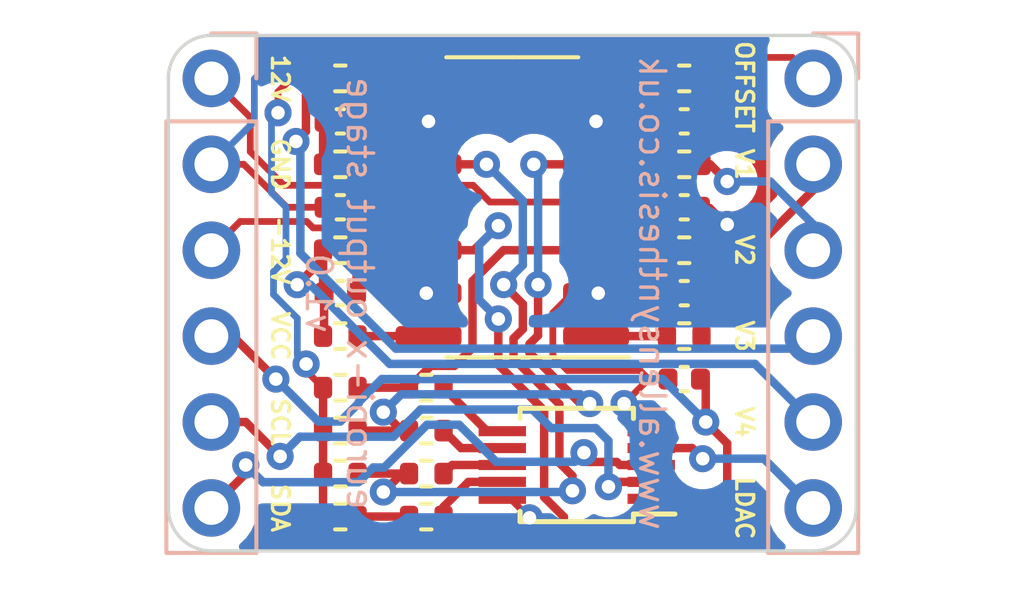
<source format=kicad_pcb>
(kicad_pcb (version 20221018) (generator pcbnew)
  (layers (0 "F.Cu" signal) (31 "B.Cu" signal) (34 "B.Paste" user) (35 "F.Paste" user) (36 "B.SilkS" user "B.Silkscreen") (37 "F.SilkS" user "F.Silkscreen") (38 "B.Mask" user) (39 "F.Mask" user) (44 "Edge.Cuts" user))
  (net 0 "")
  (net 1 "Earth")
  (net 2 "Net-(U1A-+)")
  (net 3 "/OUTPUT_1")
  (net 4 "Net-(U1B-+)")
  (net 5 "/OUTPUT_2")
  (net 6 "Net-(U1C-+)")
  (net 7 "/OUTPUT_3")
  (net 8 "Net-(U1D-+)")
  (net 9 "/OUTPUT_4")
  (net 10 "+12V")
  (net 11 "-12V")
  (net 12 "/SCL")
  (net 13 "/SDA")
  (net 14 "/LDAC")
  (net 16 "/DAC_OUTA")
  (net 17 "Net-(DAC1-VOUTB)")
  (net 18 "Net-(DAC1-VOUTC)")
  (net 19 "Net-(DAC1-VOUTD)")
  (net 20 "/DAC_OFFSET")
  (net 21 "Net-(R4-Pad2)")
  (net 22 "Net-(R8-Pad2)")
  (net 23 "Net-(R12-Pad2)")
  (net 24 "Net-(R16-Pad2)")
  (net 25 "VCC")
  (footprint "Resistor_SMD:R_0402_1005Metric" (layer "F.Cu") (at 15.494 1.27 180)
    (fp_text reference "R8" hide)
    (fp_text value "1K")
    (fp_line (start -0.153641 -0.38) (end 0.153641 -0.38) (stroke (width 0.12)) (layer "F.SilkS"))
    (fp_line (start -0.153641 0.38) (end 0.153641 0.38) (stroke (width 0.12)) (layer "F.SilkS"))
    (pad "1" smd roundrect (at -0.51 0 180) (size 0.54 0.64) (layers "F.Cu" "F.Paste" "F.Mask") (net 5 "/OUTPUT_2"))
    (pad "2" smd roundrect (at 0.51 0 180) (size 0.54 0.64) (layers "F.Cu" "F.Paste" "F.Mask") (net 22 "Net-(R8-Pad2)"))
  )
  (footprint "Capacitor_SMD:C_0402_1005Metric" (layer "F.Cu") (at 5.334 2.54 180)
    (fp_text reference "C4" hide)
    (fp_text value "100p")
    (fp_line (start -0.107836 -0.36) (end 0.107836 -0.36) (stroke (width 0.12)) (layer "F.SilkS"))
    (fp_line (start -0.107836 0.36) (end 0.107836 0.36) (stroke (width 0.12)) (layer "F.SilkS"))
    (pad "1" smd roundrect (at -0.48 0 180) (size 0.56 0.62) (layers "F.Cu" "F.Paste" "F.Mask") (net 6 "Net-(U1C-+)"))
    (pad "2" smd roundrect (at 0.48 0 180) (size 0.56 0.62) (layers "F.Cu" "F.Paste" "F.Mask") (net 7 "/OUTPUT_3"))
  )
  (footprint "Capacitor_SMD:C_0402_1005Metric" (layer "F.Cu") (at 15.494 7.62)
    (fp_text reference "C2" hide)
    (fp_text value "100p")
    (fp_line (start -0.107836 -0.36) (end 0.107836 -0.36) (stroke (width 0.12)) (layer "F.SilkS"))
    (fp_line (start -0.107836 0.36) (end 0.107836 0.36) (stroke (width 0.12)) (layer "F.SilkS"))
    (pad "1" smd roundrect (at -0.48 0) (size 0.56 0.62) (layers "F.Cu" "F.Paste" "F.Mask") (net 2 "Net-(U1A-+)"))
    (pad "2" smd roundrect (at 0.48 0) (size 0.56 0.62) (layers "F.Cu" "F.Paste" "F.Mask") (net 3 "/OUTPUT_1"))
  )
  (footprint "Resistor_SMD:R_0402_1005Metric" (layer "F.Cu") (at 5.334 14.224 180)
    (fp_text reference "R13" hide)
    (fp_text value "100K")
    (fp_line (start -0.153641 -0.38) (end 0.153641 -0.38) (stroke (width 0.12)) (layer "F.SilkS"))
    (fp_line (start -0.153641 0.38) (end 0.153641 0.38) (stroke (width 0.12)) (layer "F.SilkS"))
    (pad "1" smd roundrect (at -0.51 0 180) (size 0.54 0.64) (layers "F.Cu" "F.Paste" "F.Mask") (net 8 "Net-(U1D-+)"))
    (pad "2" smd roundrect (at 0.51 0 180) (size 0.54 0.64) (layers "F.Cu" "F.Paste" "F.Mask") (net 20 "/DAC_OFFSET"))
  )
  (footprint "Resistor_SMD:R_0402_1005Metric" (layer "F.Cu") (at 5.334 6.35)
    (fp_text reference "R15" hide)
    (fp_text value "270K")
    (fp_line (start -0.153641 -0.38) (end 0.153641 -0.38) (stroke (width 0.12)) (layer "F.SilkS"))
    (fp_line (start -0.153641 0.38) (end 0.153641 0.38) (stroke (width 0.12)) (layer "F.SilkS"))
    (pad "1" smd roundrect (at -0.51 0) (size 0.54 0.64) (layers "F.Cu" "F.Paste" "F.Mask") (net 9 "/OUTPUT_4"))
    (pad "2" smd roundrect (at 0.51 0) (size 0.54 0.64) (layers "F.Cu" "F.Paste" "F.Mask") (net 8 "Net-(U1D-+)"))
  )
  (footprint "Capacitor_SMD:C_0402_1005Metric" (layer "F.Cu") (at 5.334 5.08)
    (fp_text reference "C7" hide)
    (fp_text value "100n")
    (fp_line (start -0.107836 -0.36) (end 0.107836 -0.36) (stroke (width 0.12)) (layer "F.SilkS"))
    (fp_line (start -0.107836 0.36) (end 0.107836 0.36) (stroke (width 0.12)) (layer "F.SilkS"))
    (pad "1" smd roundrect (at -0.48 0) (size 0.56 0.62) (layers "F.Cu" "F.Paste" "F.Mask") (net 1 "Earth"))
    (pad "2" smd roundrect (at 0.48 0) (size 0.56 0.62) (layers "F.Cu" "F.Paste" "F.Mask") (net 11 "-12V"))
  )
  (footprint "Package_SO:MSOP-10_3x3mm_P0.5mm" (layer "F.Cu") (at 12.319 12.7 180)
    (fp_text reference "DAC1" hide)
    (fp_text value "MCP4728")
    (fp_line (start -1.675 -1.675) (end -1.675 -1.45) (stroke (width 0.15)) (layer "F.SilkS"))
    (fp_line (start -1.675 -1.675) (end 1.675 -1.675) (stroke (width 0.15)) (layer "F.SilkS"))
    (fp_line (start -1.675 -1.45) (end -2.9 -1.45) (stroke (width 0.15)) (layer "F.SilkS"))
    (fp_line (start -1.675 1.675) (end -1.675 1.375) (stroke (width 0.15)) (layer "F.SilkS"))
    (fp_line (start -1.675 1.675) (end 1.675 1.675) (stroke (width 0.15)) (layer "F.SilkS"))
    (fp_line (start 1.675 -1.675) (end 1.675 -1.375) (stroke (width 0.15)) (layer "F.SilkS"))
    (fp_line (start 1.675 1.675) (end 1.675 1.375) (stroke (width 0.15)) (layer "F.SilkS"))
    (pad "1" smd rect (at -2.2 -1 180) (size 1.4 0.3) (layers "F.Cu" "F.Paste" "F.Mask") (net 25 "VCC"))
    (pad "2" smd rect (at -2.2 -0.5 180) (size 1.4 0.3) (layers "F.Cu" "F.Paste" "F.Mask") (net 12 "/SCL"))
    (pad "3" smd rect (at -2.2 0 180) (size 1.4 0.3) (layers "F.Cu" "F.Paste" "F.Mask") (net 13 "/SDA"))
    (pad "4" smd rect (at -2.2 0.5 180) (size 1.4 0.3) (layers "F.Cu" "F.Paste" "F.Mask") (net 14 "/LDAC"))
    (pad "5" smd rect (at -2.2 1 180) (size 1.4 0.3) (layers "F.Cu" "F.Paste" "F.Mask"))
    (pad "6" smd rect (at 2.2 1 180) (size 1.4 0.3) (layers "F.Cu" "F.Paste" "F.Mask") (net 16 "/DAC_OUTA"))
    (pad "7" smd rect (at 2.2 0.5 180) (size 1.4 0.3) (layers "F.Cu" "F.Paste" "F.Mask") (net 17 "Net-(DAC1-VOUTB)"))
    (pad "8" smd rect (at 2.2 0 180) (size 1.4 0.3) (layers "F.Cu" "F.Paste" "F.Mask") (net 18 "Net-(DAC1-VOUTC)"))
    (pad "9" smd rect (at 2.2 -0.5 180) (size 1.4 0.3) (layers "F.Cu" "F.Paste" "F.Mask") (net 19 "Net-(DAC1-VOUTD)"))
    (pad "10" smd rect (at 2.2 -1 180) (size 1.4 0.3) (layers "F.Cu" "F.Paste" "F.Mask") (net 1 "Earth"))
  )
  (footprint "Resistor_SMD:R_0402_1005Metric" (layer "F.Cu") (at 5.334 10.414 180)
    (fp_text reference "R1" hide)
    (fp_text value "100K")
    (fp_line (start -0.153641 -0.38) (end 0.153641 -0.38) (stroke (width 0.12)) (layer "F.SilkS"))
    (fp_line (start -0.153641 0.38) (end 0.153641 0.38) (stroke (width 0.12)) (layer "F.SilkS"))
    (pad "1" smd roundrect (at -0.51 0 180) (size 0.54 0.64) (layers "F.Cu" "F.Paste" "F.Mask") (net 2 "Net-(U1A-+)"))
    (pad "2" smd roundrect (at 0.51 0 180) (size 0.54 0.64) (layers "F.Cu" "F.Paste" "F.Mask") (net 20 "/DAC_OFFSET"))
  )
  (footprint "Capacitor_SMD:C_0402_1005Metric" (layer "F.Cu") (at 15.494 2.54)
    (fp_text reference "C3" hide)
    (fp_text value "100p")
    (fp_line (start -0.107836 -0.36) (end 0.107836 -0.36) (stroke (width 0.12)) (layer "F.SilkS"))
    (fp_line (start -0.107836 0.36) (end 0.107836 0.36) (stroke (width 0.12)) (layer "F.SilkS"))
    (pad "1" smd roundrect (at -0.48 0) (size 0.56 0.62) (layers "F.Cu" "F.Paste" "F.Mask") (net 4 "Net-(U1B-+)"))
    (pad "2" smd roundrect (at 0.48 0) (size 0.56 0.62) (layers "F.Cu" "F.Paste" "F.Mask") (net 5 "/OUTPUT_2"))
  )
  (footprint "Resistor_SMD:R_0402_1005Metric" (layer "F.Cu") (at 5.334 11.684 180)
    (fp_text reference "R5" hide)
    (fp_text value "100K")
    (fp_line (start -0.153641 -0.38) (end 0.153641 -0.38) (stroke (width 0.12)) (layer "F.SilkS"))
    (fp_line (start -0.153641 0.38) (end 0.153641 0.38) (stroke (width 0.12)) (layer "F.SilkS"))
    (pad "1" smd roundrect (at -0.51 0 180) (size 0.54 0.64) (layers "F.Cu" "F.Paste" "F.Mask") (net 4 "Net-(U1B-+)"))
    (pad "2" smd roundrect (at 0.51 0 180) (size 0.54 0.64) (layers "F.Cu" "F.Paste" "F.Mask") (net 20 "/DAC_OFFSET"))
  )
  (footprint "Capacitor_SMD:C_0402_1005Metric" (layer "F.Cu") (at 15.494 5.08)
    (fp_text reference "C6" hide)
    (fp_text value "100n")
    (fp_line (start -0.107836 -0.36) (end 0.107836 -0.36) (stroke (width 0.12)) (layer "F.SilkS"))
    (fp_line (start -0.107836 0.36) (end 0.107836 0.36) (stroke (width 0.12)) (layer "F.SilkS"))
    (pad "1" smd roundrect (at -0.48 0) (size 0.56 0.62) (layers "F.Cu" "F.Paste" "F.Mask") (net 10 "+12V"))
    (pad "2" smd roundrect (at 0.48 0) (size 0.56 0.62) (layers "F.Cu" "F.Paste" "F.Mask") (net 1 "Earth"))
  )
  (footprint "Resistor_SMD:R_0402_1005Metric" (layer "F.Cu") (at 5.334 8.89)
    (fp_text reference "R16" hide)
    (fp_text value "1K")
    (fp_line (start -0.153641 -0.38) (end 0.153641 -0.38) (stroke (width 0.12)) (layer "F.SilkS"))
    (fp_line (start -0.153641 0.38) (end 0.153641 0.38) (stroke (width 0.12)) (layer "F.SilkS"))
    (pad "1" smd roundrect (at -0.51 0) (size 0.54 0.64) (layers "F.Cu" "F.Paste" "F.Mask") (net 9 "/OUTPUT_4"))
    (pad "2" smd roundrect (at 0.51 0) (size 0.54 0.64) (layers "F.Cu" "F.Paste" "F.Mask") (net 24 "Net-(R16-Pad2)"))
  )
  (footprint "Resistor_SMD:R_0402_1005Metric" (layer "F.Cu") (at 15.494 6.35 180)
    (fp_text reference "R3" hide)
    (fp_text value "270K")
    (fp_line (start -0.153641 -0.38) (end 0.153641 -0.38) (stroke (width 0.12)) (layer "F.SilkS"))
    (fp_line (start -0.153641 0.38) (end 0.153641 0.38) (stroke (width 0.12)) (layer "F.SilkS"))
    (pad "1" smd roundrect (at -0.51 0 180) (size 0.54 0.64) (layers "F.Cu" "F.Paste" "F.Mask") (net 3 "/OUTPUT_1"))
    (pad "2" smd roundrect (at 0.51 0 180) (size 0.54 0.64) (layers "F.Cu" "F.Paste" "F.Mask") (net 2 "Net-(U1A-+)"))
  )
  (footprint "Resistor_SMD:R_0402_1005Metric" (layer "F.Cu") (at 5.334 1.27)
    (fp_text reference "R12" hide)
    (fp_text value "1K")
    (fp_line (start -0.153641 -0.38) (end 0.153641 -0.38) (stroke (width 0.12)) (layer "F.SilkS"))
    (fp_line (start -0.153641 0.38) (end 0.153641 0.38) (stroke (width 0.12)) (layer "F.SilkS"))
    (pad "1" smd roundrect (at -0.51 0) (size 0.54 0.64) (layers "F.Cu" "F.Paste" "F.Mask") (net 7 "/OUTPUT_3"))
    (pad "2" smd roundrect (at 0.51 0) (size 0.54 0.64) (layers "F.Cu" "F.Paste" "F.Mask") (net 23 "Net-(R12-Pad2)"))
  )
  (footprint "Resistor_SMD:R_0402_1005Metric" (layer "F.Cu") (at 7.874 12.954)
    (fp_text reference "R10" hide)
    (fp_text value "100K")
    (fp_line (start -0.153641 -0.38) (end 0.153641 -0.38) (stroke (width 0.12)) (layer "F.SilkS"))
    (fp_line (start -0.153641 0.38) (end 0.153641 0.38) (stroke (width 0.12)) (layer "F.SilkS"))
    (pad "1" smd roundrect (at -0.51 0) (size 0.54 0.64) (layers "F.Cu" "F.Paste" "F.Mask") (net 6 "Net-(U1C-+)"))
    (pad "2" smd roundrect (at 0.51 0) (size 0.54 0.64) (layers "F.Cu" "F.Paste" "F.Mask") (net 18 "Net-(DAC1-VOUTC)"))
  )
  (footprint "Resistor_SMD:R_0402_1005Metric" (layer "F.Cu") (at 7.874 14.224)
    (fp_text reference "R14" hide)
    (fp_text value "100K")
    (fp_line (start -0.153641 -0.38) (end 0.153641 -0.38) (stroke (width 0.12)) (layer "F.SilkS"))
    (fp_line (start -0.153641 0.38) (end 0.153641 0.38) (stroke (width 0.12)) (layer "F.SilkS"))
    (pad "1" smd roundrect (at -0.51 0) (size 0.54 0.64) (layers "F.Cu" "F.Paste" "F.Mask") (net 8 "Net-(U1D-+)"))
    (pad "2" smd roundrect (at 0.51 0) (size 0.54 0.64) (layers "F.Cu" "F.Paste" "F.Mask") (net 19 "Net-(DAC1-VOUTD)"))
  )
  (footprint "Resistor_SMD:R_0402_1005Metric" (layer "F.Cu") (at 5.334 12.954 180)
    (fp_text reference "R9" hide)
    (fp_text value "100K")
    (fp_line (start -0.153641 -0.38) (end 0.153641 -0.38) (stroke (width 0.12)) (layer "F.SilkS"))
    (fp_line (start -0.153641 0.38) (end 0.153641 0.38) (stroke (width 0.12)) (layer "F.SilkS"))
    (pad "1" smd roundrect (at -0.51 0 180) (size 0.54 0.64) (layers "F.Cu" "F.Paste" "F.Mask") (net 6 "Net-(U1C-+)"))
    (pad "2" smd roundrect (at 0.51 0 180) (size 0.54 0.64) (layers "F.Cu" "F.Paste" "F.Mask") (net 20 "/DAC_OFFSET"))
  )
  (footprint "Resistor_SMD:R_0402_1005Metric" (layer "F.Cu") (at 5.334 3.81)
    (fp_text reference "R11" hide)
    (fp_text value "270K")
    (fp_line (start -0.153641 -0.38) (end 0.153641 -0.38) (stroke (width 0.12)) (layer "F.SilkS"))
    (fp_line (start -0.153641 0.38) (end 0.153641 0.38) (stroke (width 0.12)) (layer "F.SilkS"))
    (pad "1" smd roundrect (at -0.51 0) (size 0.54 0.64) (layers "F.Cu" "F.Paste" "F.Mask") (net 7 "/OUTPUT_3"))
    (pad "2" smd roundrect (at 0.51 0) (size 0.54 0.64) (layers "F.Cu" "F.Paste" "F.Mask") (net 6 "Net-(U1C-+)"))
  )
  (footprint "Resistor_SMD:R_0402_1005Metric" (layer "F.Cu") (at 15.494 8.89 180)
    (fp_text reference "R4" hide)
    (fp_text value "1K")
    (fp_line (start -0.153641 -0.38) (end 0.153641 -0.38) (stroke (width 0.12)) (layer "F.SilkS"))
    (fp_line (start -0.153641 0.38) (end 0.153641 0.38) (stroke (width 0.12)) (layer "F.SilkS"))
    (pad "1" smd roundrect (at -0.51 0 180) (size 0.54 0.64) (layers "F.Cu" "F.Paste" "F.Mask") (net 3 "/OUTPUT_1"))
    (pad "2" smd roundrect (at 0.51 0 180) (size 0.54 0.64) (layers "F.Cu" "F.Paste" "F.Mask") (net 21 "Net-(R4-Pad2)"))
  )
  (footprint "Resistor_SMD:R_0402_1005Metric" (layer "F.Cu") (at 15.494 3.81 180)
    (fp_text reference "R7" hide)
    (fp_text value "270K")
    (fp_line (start -0.153641 -0.38) (end 0.153641 -0.38) (stroke (width 0.12)) (layer "F.SilkS"))
    (fp_line (start -0.153641 0.38) (end 0.153641 0.38) (stroke (width 0.12)) (layer "F.SilkS"))
    (pad "1" smd roundrect (at -0.51 0 180) (size 0.54 0.64) (layers "F.Cu" "F.Paste" "F.Mask") (net 5 "/OUTPUT_2"))
    (pad "2" smd roundrect (at 0.51 0 180) (size 0.54 0.64) (layers "F.Cu" "F.Paste" "F.Mask") (net 4 "Net-(U1B-+)"))
  )
  (footprint "Package_SO:SOIC-14_3.9x8.7mm_P1.27mm" (layer "F.Cu") (at 10.414 5.08 180)
    (fp_text reference "U1" hide)
    (fp_text value "TL074")
    (fp_line (start 0 -4.435) (end -3.45 -4.435) (stroke (width 0.12)) (layer "F.SilkS"))
    (fp_line (start 0 -4.435) (end 1.95 -4.435) (stroke (width 0.12)) (layer "F.SilkS"))
    (fp_line (start 0 4.435) (end -1.95 4.435) (stroke (width 0.12)) (layer "F.SilkS"))
    (fp_line (start 0 4.435) (end 1.95 4.435) (stroke (width 0.12)) (layer "F.SilkS"))
    (pad "1" smd roundrect (at -2.475 -3.81 180) (size 1.95 0.6) (layers "F.Cu" "F.Paste" "F.Mask") (net 21 "Net-(R4-Pad2)"))
    (pad "2" smd roundrect (at -2.475 -2.54 180) (size 1.95 0.6) (layers "F.Cu" "F.Paste" "F.Mask") (net 1 "Earth"))
    (pad "3" smd roundrect (at -2.475 -1.27 180) (size 1.95 0.6) (layers "F.Cu" "F.Paste" "F.Mask") (net 2 "Net-(U1A-+)"))
    (pad "4" smd roundrect (at -2.475 0 180) (size 1.95 0.6) (layers "F.Cu" "F.Paste" "F.Mask") (net 10 "+12V"))
    (pad "5" smd roundrect (at -2.475 1.27 180) (size 1.95 0.6) (layers "F.Cu" "F.Paste" "F.Mask") (net 4 "Net-(U1B-+)"))
    (pad "6" smd roundrect (at -2.475 2.54 180) (size 1.95 0.6) (layers "F.Cu" "F.Paste" "F.Mask") (net 1 "Earth"))
    (pad "7" smd roundrect (at -2.475 3.81 180) (size 1.95 0.6) (layers "F.Cu" "F.Paste" "F.Mask") (net 22 "Net-(R8-Pad2)"))
    (pad "8" smd roundrect (at 2.475 3.81 180) (size 1.95 0.6) (layers "F.Cu" "F.Paste" "F.Mask") (net 23 "Net-(R12-Pad2)"))
    (pad "9" smd roundrect (at 2.475 2.54 180) (size 1.95 0.6) (layers "F.Cu" "F.Paste" "F.Mask") (net 1 "Earth"))
    (pad "10" smd roundrect (at 2.475 1.27 180) (size 1.95 0.6) (layers "F.Cu" "F.Paste" "F.Mask") (net 6 "Net-(U1C-+)"))
    (pad "11" smd roundrect (at 2.475 0 180) (size 1.95 0.6) (layers "F.Cu" "F.Paste" "F.Mask") (net 11 "-12V"))
    (pad "12" smd roundrect (at 2.475 -1.27 180) (size 1.95 0.6) (layers "F.Cu" "F.Paste" "F.Mask") (net 8 "Net-(U1D-+)"))
    (pad "13" smd roundrect (at 2.475 -2.54 180) (size 1.95 0.6) (layers "F.Cu" "F.Paste" "F.Mask") (net 1 "Earth"))
    (pad "14" smd roundrect (at 2.475 -3.81 180) (size 1.95 0.6) (layers "F.Cu" "F.Paste" "F.Mask") (net 24 "Net-(R16-Pad2)"))
  )
  (footprint "Capacitor_SMD:C_0402_1005Metric" (layer "F.Cu") (at 5.334 7.62 180)
    (fp_text reference "C5" hide)
    (fp_text value "100p")
    (fp_line (start -0.107836 -0.36) (end 0.107836 -0.36) (stroke (width 0.12)) (layer "F.SilkS"))
    (fp_line (start -0.107836 0.36) (end 0.107836 0.36) (stroke (width 0.12)) (layer "F.SilkS"))
    (pad "1" smd roundrect (at -0.48 0 180) (size 0.56 0.62) (layers "F.Cu" "F.Paste" "F.Mask") (net 8 "Net-(U1D-+)"))
    (pad "2" smd roundrect (at 0.48 0 180) (size 0.56 0.62) (layers "F.Cu" "F.Paste" "F.Mask") (net 9 "/OUTPUT_4"))
  )
  (footprint "Resistor_SMD:R_0402_1005Metric" (layer "F.Cu") (at 7.874 10.414)
    (fp_text reference "R2" hide)
    (fp_text value "100K")
    (fp_line (start -0.153641 -0.38) (end 0.153641 -0.38) (stroke (width 0.12)) (layer "F.SilkS"))
    (fp_line (start -0.153641 0.38) (end 0.153641 0.38) (stroke (width 0.12)) (layer "F.SilkS"))
    (pad "1" smd roundrect (at -0.51 0) (size 0.54 0.64) (layers "F.Cu" "F.Paste" "F.Mask") (net 2 "Net-(U1A-+)"))
    (pad "2" smd roundrect (at 0.51 0) (size 0.54 0.64) (layers "F.Cu" "F.Paste" "F.Mask") (net 16 "/DAC_OUTA"))
  )
  (footprint "Capacitor_SMD:C_0402_1005Metric" (layer "F.Cu") (at 15.494 10.16 180)
    (fp_text reference "C1" hide)
    (fp_text value "100n")
    (fp_line (start -0.107836 -0.36) (end 0.107836 -0.36) (stroke (width 0.12)) (layer "F.SilkS"))
    (fp_line (start -0.107836 0.36) (end 0.107836 0.36) (stroke (width 0.12)) (layer "F.SilkS"))
    (pad "1" smd roundrect (at -0.48 0 180) (size 0.56 0.62) (layers "F.Cu" "F.Paste" "F.Mask") (net 25 "VCC"))
    (pad "2" smd roundrect (at 0.48 0 180) (size 0.56 0.62) (layers "F.Cu" "F.Paste" "F.Mask") (net 1 "Earth"))
  )
  (footprint "Resistor_SMD:R_0402_1005Metric" (layer "F.Cu") (at 7.874 11.684)
    (fp_text reference "R6" hide)
    (fp_text value "100K")
    (fp_line (start -0.153641 -0.38) (end 0.153641 -0.38) (stroke (width 0.12)) (layer "F.SilkS"))
    (fp_line (start -0.153641 0.38) (end 0.153641 0.38) (stroke (width 0.12)) (layer "F.SilkS"))
    (pad "1" smd roundrect (at -0.51 0) (size 0.54 0.64) (layers "F.Cu" "F.Paste" "F.Mask") (net 4 "Net-(U1B-+)"))
    (pad "2" smd roundrect (at 0.51 0) (size 0.54 0.64) (layers "F.Cu" "F.Paste" "F.Mask") (net 17 "Net-(DAC1-VOUTB)"))
  )
  (footprint "Connector_PinHeader_2.54mm:PinHeader_1x06_P2.54mm_Vertical" (layer "B.Cu") (at 19.304 1.27 180)
    (fp_text reference "J2" hide)
    (fp_text value "Conn_01x06_Pin")
    (fp_line (start -1.33 -14.03) (end 1.33 -14.03) (stroke (width 0.12)) (layer "B.SilkS"))
    (fp_line (start -1.33 -1.27) (end -1.33 -14.03) (stroke (width 0.12)) (layer "B.SilkS"))
    (fp_line (start -1.33 -1.27) (end 1.33 -1.27) (stroke (width 0.12)) (layer "B.SilkS"))
    (fp_line (start -1.33 0) (end -1.33 1.33) (stroke (width 0.12)) (layer "B.SilkS"))
    (fp_line (start -1.33 1.33) (end 0 1.33) (stroke (width 0.12)) (layer "B.SilkS"))
    (fp_line (start 1.33 -1.27) (end 1.33 -14.03) (stroke (width 0.12)) (layer "B.SilkS"))
    (pad "1" thru_hole circle (at 0 0 180) (size 1.7 1.7) (drill 1) (layers "*.Cu" "*.Mask") (net 20 "/DAC_OFFSET"))
    (pad "2" thru_hole oval (at 0 -2.54 180) (size 1.7 1.7) (drill 1) (layers "*.Cu" "*.Mask") (net 3 "/OUTPUT_1"))
    (pad "3" thru_hole oval (at 0 -5.08 180) (size 1.7 1.7) (drill 1) (layers "*.Cu" "*.Mask") (net 5 "/OUTPUT_2"))
    (pad "4" thru_hole oval (at 0 -7.62 180) (size 1.7 1.7) (drill 1) (layers "*.Cu" "*.Mask") (net 7 "/OUTPUT_3"))
    (pad "5" thru_hole oval (at 0 -10.16 180) (size 1.7 1.7) (drill 1) (layers "*.Cu" "*.Mask") (net 9 "/OUTPUT_4"))
    (pad "6" thru_hole oval (at 0 -12.7 180) (size 1.7 1.7) (drill 1) (layers "*.Cu" "*.Mask") (net 14 "/LDAC"))
  )
  (footprint "Connector_PinHeader_2.54mm:PinHeader_1x06_P2.54mm_Vertical" (layer "B.Cu") (at 1.524 1.27 180)
    (fp_text reference "J1" hide)
    (fp_text value "Conn_01x06_Pin")
    (fp_line (start -1.33 -14.03) (end 1.33 -14.03) (stroke (width 0.12)) (layer "B.SilkS"))
    (fp_line (start -1.33 -1.27) (end -1.33 -14.03) (stroke (width 0.12)) (layer "B.SilkS"))
    (fp_line (start -1.33 -1.27) (end 1.33 -1.27) (stroke (width 0.12)) (layer "B.SilkS"))
    (fp_line (start -1.33 0) (end -1.33 1.33) (stroke (width 0.12)) (layer "B.SilkS"))
    (fp_line (start -1.33 1.33) (end 0 1.33) (stroke (width 0.12)) (layer "B.SilkS"))
    (fp_line (start 1.33 -1.27) (end 1.33 -14.03) (stroke (width 0.12)) (layer "B.SilkS"))
    (pad "1" thru_hole circle (at 0 0 180) (size 1.7 1.7) (drill 1) (layers "*.Cu" "*.Mask") (net 10 "+12V"))
    (pad "2" thru_hole oval (at 0 -2.54 180) (size 1.7 1.7) (drill 1) (layers "*.Cu" "*.Mask") (net 1 "Earth"))
    (pad "3" thru_hole oval (at 0 -5.08 180) (size 1.7 1.7) (drill 1) (layers "*.Cu" "*.Mask") (net 11 "-12V"))
    (pad "4" thru_hole oval (at 0 -7.62 180) (size 1.7 1.7) (drill 1) (layers "*.Cu" "*.Mask") (net 25 "VCC"))
    (pad "5" thru_hole oval (at 0 -10.16 180) (size 1.7 1.7) (drill 1) (layers "*.Cu" "*.Mask") (net 12 "/SCL"))
    (pad "6" thru_hole oval (at 0 -12.7 180) (size 1.7 1.7) (drill 1) (layers "*.Cu" "*.Mask") (net 13 "/SDA"))
  )
  (gr_arc (start 1.524 15.24) (mid 0.625974 14.868026) (end 0.254 13.97) (stroke (width 0.1)) (layer "Edge.Cuts"))
  (gr_arc (start 0.254 1.27) (mid 0.625974 0.371974) (end 1.524 0) (stroke (width 0.1)) (layer "Edge.Cuts"))
  (gr_arc (start 19.304 0) (mid 20.202026 0.371974) (end 20.574 1.27) (stroke (width 0.1)) (layer "Edge.Cuts"))
  (gr_line (start 19.304 15.24) (end 1.524 15.24) (stroke (width 0.1)) (layer "Edge.Cuts"))
  (gr_arc (start 20.574 13.97) (mid 20.202026 14.868026) (end 19.304 15.24) (stroke (width 0.1)) (layer "Edge.Cuts"))
  (gr_line (start 0.254 13.97) (end 0.254 1.27) (stroke (width 0.1)) (layer "Edge.Cuts"))
  (gr_line (start 20.574 1.27) (end 20.574 13.97) (stroke (width 0.1)) (layer "Edge.Cuts"))
  (gr_line (start 1.524 0) (end 19.304 0) (stroke (width 0.1)) (layer "Edge.Cuts"))
  (gr_text "www.allensynthesis.co.uk" (at 14.986 7.62 -90) (layer "B.SilkS") (effects (font (size 0.75 0.75) (thickness 0.1)) (justify top mirror)))
  (gr_text "europi-x output stage\nv1.0" (at 6.35 7.62 -90) (layer "B.SilkS") (effects (font (size 0.75 0.75) (thickness 0.1)) (justify top mirror)))
  (gr_text "LDAC" (at 17.272 13.97 270) (layer "F.SilkS") (effects (font (size 0.5 0.5) (thickness 0.1))))
  (gr_text "GND" (at 3.556 3.81 270) (layer "F.SilkS") (effects (font (size 0.5 0.5) (thickness 0.1))))
  (gr_text "VCC" (at 3.556 8.89 270) (layer "F.SilkS") (effects (font (size 0.5 0.5) (thickness 0.1))))
  (gr_text "12V" (at 3.556 1.27 270) (layer "F.SilkS") (effects (font (size 0.5 0.5) (thickness 0.1))))
  (gr_text "V1" (at 17.272 3.81 270) (layer "F.SilkS") (effects (font (size 0.5 0.5) (thickness 0.1))))
  (gr_text "SCL" (at 3.556 11.43 270) (layer "F.SilkS") (effects (font (size 0.5 0.5) (thickness 0.1))))
  (gr_text "SDA" (at 3.556 13.97 270) (layer "F.SilkS") (effects (font (size 0.5 0.5) (thickness 0.1))))
  (gr_text "V3" (at 17.272 8.89 270) (layer "F.SilkS") (effects (font (size 0.5 0.5) (thickness 0.1))))
  (gr_text "OFFSET" (at 17.272 1.524 270) (layer "F.SilkS") (effects (font (size 0.5 0.5) (thickness 0.1))))
  (gr_text "-12V" (at 3.556 6.35 270) (layer "F.SilkS") (effects (font (size 0.5 0.5) (thickness 0.1))))
  (gr_text "V4" (at 17.272 11.43 270) (layer "F.SilkS") (effects (font (size 0.5 0.5) (thickness 0.1))))
  (gr_text "V2" (at 17.272 6.35 270) (layer "F.SilkS") (effects (font (size 0.5 0.5) (thickness 0.1))))
  (segment (start 2.482314 3.81) (end 3.752314 5.08) (width 0.2) (layer "F.Cu") (net 1))
  (segment (start 12.04804 9.906) (end 14.1865 9.906) (width 0.2) (layer "F.Cu") (net 1))
  (segment (start 16.764 5.588) (end 16.256 5.08) (width 0.2) (layer "F.Cu") (net 1))
  (segment (start 1.524 3.81) (end 2.482314 3.81) (width 0.2) (layer "F.Cu") (net 1))
  (segment (start 3.752314 5.08) (end 4.854 5.08) (width 0.2) (layer "F.Cu") (net 1))
  (segment (start 12.192 7.62) (end 11.61202 8.19998) (width 0.2) (layer "F.Cu") (net 1))
  (segment (start 15.014 10.16) (end 14.4405 10.16) (width 0.2) (layer "F.Cu") (net 1))
  (segment (start 11.61202 8.19998) (end 11.61202 9.46998) (width 0.2) (layer "F.Cu") (net 1))
  (segment (start 7.939 2.54) (end 12.889 2.54) (width 0.2) (layer "F.Cu") (net 1))
  (segment (start 12.954 7.62) (end 12.192 7.62) (width 0.2) (layer "F.Cu") (net 1))
  (segment (start 10.3605 13.7) (end 10.922 14.2615) (width 0.2) (layer "F.Cu") (net 1))
  (segment (start 14.1865 9.906) (end 14.4405 10.16) (width 0.2) (layer "F.Cu") (net 1))
  (segment (start 16.256 5.08) (end 15.974 5.08) (width 0.2) (layer "F.Cu") (net 1))
  (segment (start 11.61202 9.46998) (end 12.04804 9.906) (width 0.2) (layer "F.Cu") (net 1))
  (segment (start 10.119 13.7) (end 10.3605 13.7) (width 0.2) (layer "F.Cu") (net 1))
  (segment (start 14.4405 10.16) (end 13.716 10.8845) (width 0.2) (layer "F.Cu") (net 1))
  (via (at 12.889 2.54) (size 0.8) (drill 0.4) (layers "F.Cu" "B.Cu") (net 1))
  (via (at 10.922 14.2615) (size 0.8) (drill 0.4) (layers "F.Cu" "B.Cu") (net 1))
  (via (at 16.764 5.588) (size 0.8) (drill 0.4) (layers "F.Cu" "B.Cu") (net 1))
  (via (at 12.954 7.62) (size 0.8) (drill 0.4) (layers "F.Cu" "B.Cu") (net 1))
  (via (at 13.716 10.8845) (size 0.8) (drill 0.4) (layers "F.Cu" "B.Cu") (net 1))
  (via (at 7.874 7.62) (size 0.8) (drill 0.4) (layers "F.Cu" "B.Cu") (net 1))
  (via (at 7.939 2.54) (size 0.8) (drill 0.4) (layers "F.Cu" "B.Cu") (net 1))
  (segment (start 3.426875 0.652576) (end 6.051576 0.652576) (width 0.2) (layer "B.Cu") (net 1))
  (segment (start 12.954 7.62) (end 12.954 2.605) (width 0.2) (layer "B.Cu") (net 1))
  (segment (start 7.874 7.62) (end 7.874 2.605) (width 0.2) (layer "B.Cu") (net 1))
  (segment (start 1.524 3.81) (end 2.794 2.54) (width 0.2) (layer "B.Cu") (net 1))
  (segment (start 7.874 2.605) (end 7.939 2.54) (width 0.2) (layer "B.Cu") (net 1))
  (segment (start 12.954 2.605) (end 12.889 2.54) (width 0.2) (layer "B.Cu") (net 1))
  (segment (start 2.794 1.285451) (end 3.426875 0.652576) (width 0.2) (layer "B.Cu") (net 1))
  (segment (start 2.794 2.54) (end 2.794 1.285451) (width 0.2) (layer "B.Cu") (net 1))
  (segment (start 6.051576 0.652576) (end 7.939 2.54) (width 0.2) (layer "B.Cu") (net 1))
  (segment (start 9.239 7.261695) (end 10.150695 6.35) (width 0.25) (layer "F.Cu") (net 2))
  (segment (start 15.014 6.38) (end 14.984 6.35) (width 0.25) (layer "F.Cu") (net 2))
  (segment (start 8.706751 9.769) (end 9.239 9.236751) (width 0.25) (layer "F.Cu") (net 2))
  (segment (start 10.150695 6.35) (end 12.889 6.35) (width 0.25) (layer "F.Cu") (net 2))
  (segment (start 12.889 6.35) (end 14.984 6.35) (width 0.25) (layer "F.Cu") (net 2))
  (segment (start 7.364 10.414) (end 5.844 10.414) (width 0.25) (layer "F.Cu") (net 2))
  (segment (start 8.009 9.769) (end 8.706751 9.769) (width 0.25) (layer "F.Cu") (net 2))
  (segment (start 7.364 10.414) (end 8.009 9.769) (width 0.25) (layer "F.Cu") (net 2))
  (segment (start 9.239 9.236751) (end 9.239 7.261695) (width 0.25) (layer "F.Cu") (net 2))
  (segment (start 15.014 7.62) (end 15.014 6.38) (width 0.25) (layer "F.Cu") (net 2))
  (segment (start 15.974 7.62) (end 15.974 6.38) (width 0.25) (layer "F.Cu") (net 3))
  (segment (start 17.526 6.35) (end 16.004 6.35) (width 0.25) (layer "F.Cu") (net 3))
  (segment (start 15.974 6.38) (end 16.004 6.35) (width 0.25) (layer "F.Cu") (net 3))
  (segment (start 16.004 7.65) (end 15.974 7.62) (width 0.25) (layer "F.Cu") (net 3))
  (segment (start 16.004 8.89) (end 16.004 7.65) (width 0.25) (layer "F.Cu") (net 3))
  (segment (start 19.304 4.572) (end 17.526 6.35) (width 0.25) (layer "F.Cu") (net 3))
  (segment (start 19.304 3.81) (end 19.304 4.572) (width 0.25) (layer "F.Cu") (net 3))
  (segment (start 11.049 3.81) (end 12.889 3.81) (width 0.25) (layer "F.Cu") (net 4))
  (segment (start 7.1495 11.684) (end 6.604 11.1385) (width 0.25) (layer "F.Cu") (net 4))
  (segment (start 5.844 11.684) (end 7.364 11.684) (width 0.25) (layer "F.Cu") (net 4))
  (segment (start 11.176 8.869201) (end 10.922 9.123201) (width 0.25) (layer "F.Cu") (net 4))
  (segment (start 14.984 3.81) (end 12.889 3.81) (width 0.25) (layer "F.Cu") (net 4))
  (segment (start 14.984 3.81) (end 14.984 2.57) (width 0.25) (layer "F.Cu") (net 4))
  (segment (start 11.176 7.366) (end 11.176 8.869201) (width 0.25) (layer "F.Cu") (net 4))
  (segment (start 10.922 9.381) (end 12.4255 10.8845) (width 0.25) (layer "F.Cu") (net 4))
  (segment (start 10.922 9.123201) (end 10.922 9.381) (width 0.25) (layer "F.Cu") (net 4))
  (segment (start 7.364 11.684) (end 7.1495 11.684) (width 0.25) (layer "F.Cu") (net 4))
  (segment (start 14.984 2.57) (end 15.014 2.54) (width 0.25) (layer "F.Cu") (net 4))
  (segment (start 12.4255 10.8845) (end 12.7 10.8845) (width 0.25) (layer "F.Cu") (net 4))
  (via (at 11.176 7.366) (size 0.8) (drill 0.4) (layers "F.Cu" "B.Cu") (net 4))
  (via (at 12.7 10.8845) (size 0.8) (drill 0.4) (layers "F.Cu" "B.Cu") (net 4))
  (via (at 6.604 11.1385) (size 0.8) (drill 0.4) (layers "F.Cu" "B.Cu") (net 4))
  (via (at 11.049 3.81) (size 0.8) (drill 0.4) (layers "F.Cu" "B.Cu") (net 4))
  (segment (start 7.1325 10.61) (end 6.604 11.1385) (width 0.25) (layer "B.Cu") (net 4))
  (segment (start 12.7 10.8845) (end 12.4255 10.61) (width 0.25) (layer "B.Cu") (net 4))
  (segment (start 11.176 3.937) (end 11.049 3.81) (width 0.25) (layer "B.Cu") (net 4))
  (segment (start 12.4255 10.61) (end 7.1325 10.61) (width 0.25) (layer "B.Cu") (net 4))
  (segment (start 11.176 7.366) (end 11.176 3.937) (width 0.25) (layer "B.Cu") (net 4))
  (segment (start 16.004 3.81) (end 16.256 3.81) (width 0.25) (layer "F.Cu") (net 5))
  (segment (start 15.974 2.54) (end 15.974 1.3) (width 0.25) (layer "F.Cu") (net 5))
  (segment (start 16.256 3.81) (end 16.764 4.318) (width 0.25) (layer "F.Cu") (net 5))
  (segment (start 15.974 1.3) (end 16.004 1.27) (width 0.25) (layer "F.Cu") (net 5))
  (segment (start 16.004 2.57) (end 15.974 2.54) (width 0.25) (layer "F.Cu") (net 5))
  (segment (start 16.004 3.81) (end 16.004 2.57) (width 0.25) (layer "F.Cu") (net 5))
  (via (at 16.764 4.318) (size 0.8) (drill 0.4) (layers "F.Cu" "B.Cu") (net 5))
  (segment (start 19.304 5.588) (end 19.304 6.35) (width 0.25) (layer "B.Cu") (net 5))
  (segment (start 18.034 4.318) (end 19.304 5.588) (width 0.25) (layer "B.Cu") (net 5))
  (segment (start 16.764 4.318) (end 18.034 4.318) (width 0.25) (layer "B.Cu") (net 5))
  (segment (start 10.7265 7.941805) (end 10.16 7.375305) (width 0.25) (layer "F.Cu") (net 6))
  (segment (start 12.192 13.462) (end 12.192 13.020648) (width 0.25) (layer "F.Cu") (net 6))
  (segment (start 5.814 3.78) (end 5.844 3.81) (width 0.25) (layer "F.Cu") (net 6))
  (segment (start 10.4515 8.957305) (end 10.7265 8.682305) (width 0.25) (layer "F.Cu") (net 6))
  (segment (start 7.1495 12.954) (end 6.604 13.4995) (width 0.25) (layer "F.Cu") (net 6))
  (segment (start 9.652 3.81) (end 7.939 3.81) (width 0.25) (layer "F.Cu") (net 6))
  (segment (start 7.364 12.954) (end 5.844 12.954) (width 0.25) (layer "F.Cu") (net 6))
  (segment (start 7.364 12.954) (end 7.1495 12.954) (width 0.25) (layer "F.Cu") (net 6))
  (segment (start 10.4515 9.549251) (end 10.4515 8.957305) (width 0.25) (layer "F.Cu") (net 6))
  (segment (start 11.805657 12.634305) (end 11.805657 10.903408) (width 0.25) (layer "F.Cu") (net 6))
  (segment (start 12.192 13.020648) (end 11.805657 12.634305) (width 0.25) (layer "F.Cu") (net 6))
  (segment (start 5.814 2.54) (end 5.814 3.78) (width 0.25) (layer "F.Cu") (net 6))
  (segment (start 10.16 7.375305) (end 10.16 7.366) (width 0.25) (layer "F.Cu") (net 6))
  (segment (start 5.844 3.81) (end 7.939 3.81) (width 0.25) (layer "F.Cu") (net 6))
  (segment (start 11.805657 10.903408) (end 10.4515 9.549251) (width 0.25) (layer "F.Cu") (net 6))
  (segment (start 10.7265 8.682305) (end 10.7265 7.941805) (width 0.25) (layer "F.Cu") (net 6))
  (via (at 6.604 13.4995) (size 0.8) (drill 0.4) (layers "F.Cu" "B.Cu") (net 6))
  (via (at 9.652 3.81) (size 0.8) (drill 0.4) (layers "F.Cu" "B.Cu") (net 6))
  (via (at 12.192 13.462) (size 0.8) (drill 0.4) (layers "F.Cu" "B.Cu") (net 6))
  (via (at 10.16 7.366) (size 0.8) (drill 0.4) (layers "F.Cu" "B.Cu") (net 6))
  (segment (start 10.16 7.366) (end 10.451 7.075) (width 0.25) (layer "B.Cu") (net 6))
  (segment (start 10.451 7.065695) (end 10.726 6.790695) (width 0.25) (layer "B.Cu") (net 6))
  (segment (start 12.192 13.462) (end 12.1545 13.4995) (width 0.25) (layer "B.Cu") (net 6))
  (segment (start 10.451 7.075) (end 10.451 7.065695) (width 0.25) (layer "B.Cu") (net 6))
  (segment (start 10.726 6.790695) (end 10.726 4.884) (width 0.25) (layer "B.Cu") (net 6))
  (segment (start 10.726 4.884) (end 9.652 3.81) (width 0.25) (layer "B.Cu") (net 6))
  (segment (start 12.1545 13.4995) (end 6.604 13.4995) (width 0.25) (layer "B.Cu") (net 6))
  (segment (start 4.854 1.3) (end 4.824 1.27) (width 0.25) (layer "F.Cu") (net 7))
  (segment (start 4.824 2.57) (end 4.854 2.54) (width 0.25) (layer "F.Cu") (net 7))
  (segment (start 4.318 1.776) (end 4.824 1.27) (width 0.25) (layer "F.Cu") (net 7))
  (segment (start 4.022034 3.134326) (end 4.318 2.83836) (width 0.25) (layer "F.Cu") (net 7))
  (segment (start 4.854 2.54) (end 4.854 1.3) (width 0.25) (layer "F.Cu") (net 7))
  (segment (start 4.824 3.81) (end 4.824 2.57) (width 0.25) (layer "F.Cu") (net 7))
  (segment (start 4.318 2.83836) (end 4.318 1.776) (width 0.25) (layer "F.Cu") (net 7))
  (via (at 4.022034 3.134326) (size 0.8) (drill 0.4) (layers "F.Cu" "B.Cu") (net 7))
  (segment (start 4.154 3.266292) (end 4.154 6.438604) (width 0.25) (layer "B.Cu") (net 7))
  (segment (start 4.022034 3.134326) (end 4.154 3.266292) (width 0.25) (layer "B.Cu") (net 7))
  (segment (start 4.154 6.438604) (end 6.975396 9.26) (width 0.25) (layer "B.Cu") (net 7))
  (segment (start 18.934 9.26) (end 19.304 8.89) (width 0.25) (layer "B.Cu") (net 7))
  (segment (start 6.975396 9.26) (end 18.934 9.26) (width 0.25) (layer "B.Cu") (net 7))
  (segment (start 11.355657 11.089804) (end 10.0015 9.735647) (width 0.25) (layer "F.Cu") (net 8))
  (segment (start 10.0015 9.735647) (end 10.0015 8.382) (width 0.25) (layer "F.Cu") (net 8))
  (segment (start 5.844 14.224) (end 7.364 14.224) (width 0.25) (layer "F.Cu") (net 8))
  (segment (start 9.277 6.35) (end 7.939 6.35) (width 0.25) (layer "F.Cu") (net 8))
  (segment (start 11.684 14.986) (end 11.938 14.732) (width 0.25) (layer "F.Cu") (net 8))
  (segment (start 5.814 7.62) (end 5.814 6.38) (width 0.25) (layer "F.Cu") (net 8))
  (segment (start 7.939 6.35) (end 5.844 6.35) (width 0.25) (layer "F.Cu") (net 8))
  (segment (start 11.355657 13.650962) (end 11.355657 11.089804) (width 0.25) (layer "F.Cu") (net 8))
  (segment (start 11.938 14.233305) (end 11.355657 13.650962) (width 0.25) (layer "F.Cu") (net 8))
  (segment (start 8.126 14.986) (end 11.684 14.986) (width 0.25) (layer "F.Cu") (net 8))
  (segment (start 11.938 14.732) (end 11.938 14.233305) (width 0.25) (layer "F.Cu") (net 8))
  (segment (start 10.0015 5.6255) (end 9.277 6.35) (width 0.25) (layer "F.Cu") (net 8))
  (segment (start 5.814 6.38) (end 5.844 6.35) (width 0.25) (layer "F.Cu") (net 8))
  (segment (start 7.364 14.224) (end 8.126 14.986) (width 0.25) (layer "F.Cu") (net 8))
  (via (at 10.0015 8.382) (size 0.8) (drill 0.4) (layers "F.Cu" "B.Cu") (net 8))
  (via (at 10.0015 5.6255) (size 0.8) (drill 0.4) (layers "F.Cu" "B.Cu") (net 8))
  (segment (start 10.0015 8.382) (end 9.435 7.8155) (width 0.25) (layer "B.Cu") (net 8))
  (segment (start 9.435 7.8155) (end 9.435 6.192) (width 0.25) (layer "B.Cu") (net 8))
  (segment (start 9.435 6.192) (end 10.0015 5.6255) (width 0.25) (layer "B.Cu") (net 8))
  (segment (start 4.824 6.606) (end 4.060399 7.369601) (width 0.25) (layer "F.Cu") (net 9))
  (segment (start 4.824 6.35) (end 4.824 6.606) (width 0.25) (layer "F.Cu") (net 9))
  (segment (start 4.854 8.86) (end 4.824 8.89) (width 0.25) (layer "F.Cu") (net 9))
  (segment (start 4.824 6.35) (end 4.824 7.59) (width 0.25) (layer "F.Cu") (net 9))
  (segment (start 4.854 7.62) (end 4.854 8.86) (width 0.25) (layer "F.Cu") (net 9))
  (segment (start 4.824 7.59) (end 4.854 7.62) (width 0.25) (layer "F.Cu") (net 9))
  (via (at 4.060399 7.369601) (size 0.8) (drill 0.4) (layers "F.Cu" "B.Cu") (net 9))
  (segment (start 4.060399 7.369601) (end 4.448601 7.369601) (width 0.25) (layer "B.Cu") (net 9))
  (segment (start 6.789 9.71) (end 17.584 9.71) (width 0.25) (layer "B.Cu") (net 9))
  (segment (start 4.448601 7.369601) (end 6.789 9.71) (width 0.25) (layer "B.Cu") (net 9))
  (segment (start 17.584 9.71) (end 19.304 11.43) (width 0.25) (layer "B.Cu") (net 9))
  (segment (start 3.668 4.43) (end 9.256 4.43) (width 0.2) (layer "F.Cu") (net 10))
  (segment (start 1.524 1.27) (end 2.674 2.42) (width 0.2) (layer "F.Cu") (net 10))
  (segment (start 12.7345 4.9255) (end 12.889 5.08) (width 0.2) (layer "F.Cu") (net 10))
  (segment (start 9.256 4.43) (end 9.7515 4.9255) (width 0.2) (layer "F.Cu") (net 10))
  (segment (start 12.889 5.08) (end 15.014 5.08) (width 0.25) (layer "F.Cu") (net 10))
  (segment (start 2.674 3.436) (end 3.668 4.43) (width 0.2) (layer "F.Cu") (net 10))
  (segment (start 2.674 2.42) (end 2.674 3.436) (width 0.2) (layer "F.Cu") (net 10))
  (segment (start 9.7515 4.9255) (end 12.7345 4.9255) (width 0.2) (layer "F.Cu") (net 10))
  (segment (start 1.524 6.35) (end 2.374 5.5) (width 0.2) (layer "F.Cu") (net 11))
  (segment (start 5.814 5.08) (end 7.939 5.08) (width 0.25) (layer "F.Cu") (net 11))
  (segment (start 5.204 5.69) (end 5.814 5.08) (width 0.2) (layer "F.Cu") (net 11))
  (segment (start 4.341746 5.5) (end 4.531746 5.69) (width 0.2) (layer "F.Cu") (net 11))
  (segment (start 4.531746 5.69) (end 5.204 5.69) (width 0.2) (layer "F.Cu") (net 11))
  (segment (start 2.374 5.5) (end 4.341746 5.5) (width 0.2) (layer "F.Cu") (net 11))
  (segment (start 13.255157 13.343001) (end 13.398158 13.2) (width 0.25) (layer "F.Cu") (net 12))
  (segment (start 2.54 11.43) (end 1.524 11.43) (width 0.25) (layer "F.Cu") (net 12))
  (segment (start 3.556 12.446) (end 2.54 11.43) (width 0.25) (layer "F.Cu") (net 12))
  (segment (start 13.398158 13.2) (end 14.519 13.2) (width 0.25) (layer "F.Cu") (net 12))
  (via (at 13.255157 13.343001) (size 0.8) (drill 0.4) (layers "F.Cu" "B.Cu") (net 12))
  (via (at 3.556 12.446) (size 0.8) (drill 0.4) (layers "F.Cu" "B.Cu") (net 12))
  (segment (start 11.56218 11.6095) (end 12.8795 11.6095) (width 0.25) (layer "B.Cu") (net 12))
  (segment (start 11.01268 11.06) (end 11.56218 11.6095) (width 0.25) (layer "B.Cu") (net 12))
  (segment (start 12.8795 11.6095) (end 13.255157 11.985157) (width 0.25) (layer "B.Cu") (net 12))
  (segment (start 7.707805 11.06) (end 11.01268 11.06) (width 0.25) (layer "B.Cu") (net 12))
  (segment (start 13.255157 11.985157) (end 13.255157 13.343001) (width 0.25) (layer "B.Cu") (net 12))
  (segment (start 6.904305 11.8635) (end 7.707805 11.06) (width 0.25) (layer "B.Cu") (net 12))
  (segment (start 4.1385 11.8635) (end 6.904305 11.8635) (width 0.25) (layer "B.Cu") (net 12))
  (segment (start 3.556 12.446) (end 4.1385 11.8635) (width 0.25) (layer "B.Cu") (net 12))
  (segment (start 13.589 12.7) (end 14.519 12.7) (width 0.25) (layer "F.Cu") (net 13))
  (segment (start 12.653695 12.61) (end 13.499 12.61) (width 0.25) (layer "F.Cu") (net 13))
  (segment (start 12.530657 12.334) (end 12.530657 12.486962) (width 0.25) (layer "F.Cu") (net 13))
  (segment (start 12.530657 12.486962) (end 12.653695 12.61) (width 0.25) (layer "F.Cu") (net 13))
  (segment (start 2.54 12.954) (end 1.524 13.97) (width 0.25) (layer "F.Cu") (net 13))
  (segment (start 2.54 12.7) (end 2.54 12.954) (width 0.25) (layer "F.Cu") (net 13))
  (segment (start 13.499 12.61) (end 13.589 12.7) (width 0.25) (layer "F.Cu") (net 13))
  (via (at 2.54 12.7) (size 0.8) (drill 0.4) (layers "F.Cu" "B.Cu") (net 13))
  (via (at 12.530657 12.334) (size 0.8) (drill 0.4) (layers "F.Cu" "B.Cu") (net 13))
  (segment (start 6.303695 12.7745) (end 6.629701 12.7745) (width 0.25) (layer "B.Cu") (net 13))
  (segment (start 5.870195 13.208) (end 6.303695 12.7745) (width 0.25) (layer "B.Cu") (net 13))
  (segment (start 7.894201 11.51) (end 8.842897 11.51) (width 0.25) (layer "B.Cu") (net 13))
  (segment (start 9.937897 12.605) (end 12.259657 12.605) (width 0.25) (layer "B.Cu") (net 13))
  (segment (start 12.259657 12.605) (end 12.530657 12.334) (width 0.25) (layer "B.Cu") (net 13))
  (segment (start 6.629701 12.7745) (end 7.894201 11.51) (width 0.25) (layer "B.Cu") (net 13))
  (segment (start 2.54 12.7) (end 3.048 13.208) (width 0.25) (layer "B.Cu") (net 13))
  (segment (start 3.048 13.208) (end 5.870195 13.208) (width 0.25) (layer "B.Cu") (net 13))
  (segment (start 8.842897 11.51) (end 9.937897 12.605) (width 0.25) (layer "B.Cu") (net 13))
  (segment (start 16.0395 12.5138) (end 15.7257 12.2) (width 0.25) (layer "F.Cu") (net 14))
  (segment (start 15.7257 12.2) (end 14.519 12.2) (width 0.25) (layer "F.Cu") (net 14))
  (via (at 16.0395 12.5138) (size 0.8) (drill 0.4) (layers "F.Cu" "B.Cu") (net 14))
  (segment (start 17.8478 12.5138) (end 16.0395 12.5138) (width 0.25) (layer "B.Cu") (net 14))
  (segment (start 19.304 13.97) (end 17.8478 12.5138) (width 0.25) (layer "B.Cu") (net 14))
  (segment (start 9.67 11.7) (end 8.384 10.414) (width 0.25) (layer "F.Cu") (net 16))
  (segment (start 10.119 11.7) (end 9.67 11.7) (width 0.25) (layer "F.Cu") (net 16))
  (segment (start 8.9 12.2) (end 10.119 12.2) (width 0.25) (layer "F.Cu") (net 17))
  (segment (start 8.384 11.684) (end 8.9 12.2) (width 0.25) (layer "F.Cu") (net 17))
  (segment (start 8.638 12.7) (end 8.384 12.954) (width 0.25) (layer "F.Cu") (net 18))
  (segment (start 10.119 12.7) (end 8.638 12.7) (width 0.25) (layer "F.Cu") (net 18))
  (segment (start 8.384 13.935) (end 8.384 14.224) (width 0.25) (layer "F.Cu") (net 19))
  (segment (start 10.119 13.2) (end 9.119 13.2) (width 0.25) (layer "F.Cu") (net 19))
  (segment (start 9.119 13.2) (end 8.384 13.935) (width 0.25) (layer "F.Cu") (net 19))
  (segment (start 4.824 11.684) (end 4.824 10.414) (width 0.25) (layer "F.Cu") (net 20))
  (segment (start 18.684 0.65) (end 19.304 1.27) (width 0.2) (layer "F.Cu") (net 20))
  (segment (start 4.508817 0.65) (end 18.684 0.65) (width 0.2) (layer "F.Cu") (net 20))
  (segment (start 4.323217 9.913217) (end 4.824 10.414) (width 0.2) (layer "F.Cu") (net 20))
  (segment (start 3.4935 1.665317) (end 4.508817 0.65) (width 0.2) (layer "F.Cu") (net 20))
  (segment (start 4.323217 9.713479) (end 4.323217 9.913217) (width 0.2) (layer "F.Cu") (net 20))
  (segment (start 3.4935 2.286) (end 3.4935 1.665317) (width 0.2) (layer "F.Cu") (net 20))
  (segment (start 4.824 12.954) (end 4.824 11.684) (width 0.25) (layer "F.Cu") (net 20))
  (segment (start 4.824 14.224) (end 4.824 12.954) (width 0.25) (layer "F.Cu") (net 20))
  (via (at 4.323217 9.713479) (size 0.8) (drill 0.4) (layers "F.Cu" "B.Cu") (net 20))
  (via (at 3.4935 2.286) (size 0.8) (drill 0.4) (layers "F.Cu" "B.Cu") (net 20))
  (segment (start 3.3005 2.479) (end 3.3005 4.6515) (width 0.2) (layer "B.Cu") (net 20))
  (segment (start 3.3005 4.6515) (end 3.729 5.08) (width 0.2) (layer "B.Cu") (net 20))
  (segment (start 3.729 5.08) (end 3.729 6.614645) (width 0.2) (layer "B.Cu") (net 20))
  (segment (start 3.360399 7.659551) (end 4.064 8.363152) (width 0.2) (layer "B.Cu") (net 20))
  (segment (start 3.4935 2.286) (end 3.3005 2.479) (width 0.2) (layer "B.Cu") (net 20))
  (segment (start 3.360399 6.983246) (end 3.360399 7.659551) (width 0.2) (layer "B.Cu") (net 20))
  (segment (start 4.064 9.454262) (end 4.323217 9.713479) (width 0.2) (layer "B.Cu") (net 20))
  (segment (start 4.064 8.363152) (end 4.064 9.454262) (width 0.2) (layer "B.Cu") (net 20))
  (segment (start 3.729 6.614645) (end 3.360399 6.983246) (width 0.2) (layer "B.Cu") (net 20))
  (segment (start 12.889 8.89) (end 14.984 8.89) (width 0.25) (layer "F.Cu") (net 21))
  (segment (start 12.889 1.27) (end 14.984 1.27) (width 0.25) (layer "F.Cu") (net 22))
  (segment (start 5.844 1.27) (end 7.939 1.27) (width 0.25) (layer "F.Cu") (net 23))
  (segment (start 5.844 8.89) (end 7.939 8.89) (width 0.25) (layer "F.Cu") (net 24))
  (segment (start 16.764 12.065) (end 16.129 11.43) (width 0.25) (layer "F.Cu") (net 25))
  (segment (start 1.524 8.89) (end 2.159 8.89) (width 0.25) (layer "F.Cu") (net 25))
  (segment (start 14.519 13.7) (end 16.526 13.7) (width 0.25) (layer "F.Cu") (net 25))
  (segment (start 2.159 8.89) (end 3.429 10.16) (width 0.25) (layer "F.Cu") (net 25))
  (segment (start 16.764 13.462) (end 16.764 12.065) (width 0.25) (layer "F.Cu") (net 25))
  (segment (start 16.129 11.43) (end 16.129 10.315) (width 0.25) (layer "F.Cu") (net 25))
  (segment (start 16.129 10.315) (end 15.974 10.16) (width 0.25) (layer "F.Cu") (net 25))
  (segment (start 16.526 13.7) (end 16.764 13.462) (width 0.25) (layer "F.Cu") (net 25))
  (via (at 3.429 10.16) (size 0.8) (drill 0.4) (layers "F.Cu" "B.Cu") (net 25))
  (via (at 16.129 11.43) (size 0.8) (drill 0.4) (layers "F.Cu" "B.Cu") (net 25))
  (segment (start 5.334 11.4135) (end 5.879 10.8685) (width 0.25) (layer "B.Cu") (net 25))
  (segment (start 4.6825 11.4135) (end 5.334 11.4135) (width 0.25) (layer "B.Cu") (net 25))
  (segment (start 14.859 10.16) (end 16.129 11.43) (width 0.25) (layer "B.Cu") (net 25))
  (segment (start 5.879 10.8685) (end 5.879 10.838195) (width 0.25) (layer "B.Cu") (net 25))
  (segment (start 5.879 10.838195) (end 6.557195 10.16) (width 0.25) (layer "B.Cu") (net 25))
  (segment (start 6.557195 10.16) (end 14.859 10.16) (width 0.25) (layer "B.Cu") (net 25))
  (segment (start 3.429 10.16) (end 4.6825 11.4135) (width 0.25) (layer "B.Cu") (net 25))
  (zone (net 1) (net_name "Earth") (layer "F.Cu") (connect_pads (clearance 0.5)) (min_thickness 0.25) (fill yes (thermal_gap 0.5) (thermal_bridge_width 0.5))
    (polygon (pts (xy 0 -0.254) (xy 20.574 -0.254) (xy 20.574 15.494) (xy 0 15.494)))
  )
  (zone (net 0) (net_name "") (layers "F.Cu" "Edge.Cuts") (connect_pads (clearance 0)) (min_thickness 0.25)
    (keepout (tracks allowed) (vias allowed) (pads allowed) (copperpour not_allowed) (footprints allowed))
    (fill (thermal_gap 0.5) (thermal_bridge_width 0.5))
    (polygon (pts (xy 13.208 10.414) (xy 13.208 11.43) (xy 14.732 11.43) (xy 15.494 10.668) (xy 15.494 9.652) (xy 14.224 9.398) (xy 12.192 9.398) (xy 11.684 9.906) (xy 12.192 10.414)))
  )
  (zone (net 1) (net_name "Earth") (layer "B.Cu") (priority 1) (connect_pads (clearance 0.5)) (min_thickness 0.25) (fill yes (thermal_gap 0.5) (thermal_bridge_width 0.5))
    (polygon (pts (xy 0 -0.254) (xy 20.574 -0.254) (xy 20.574 15.494) (xy 0 15.494)))
  )
)
</source>
